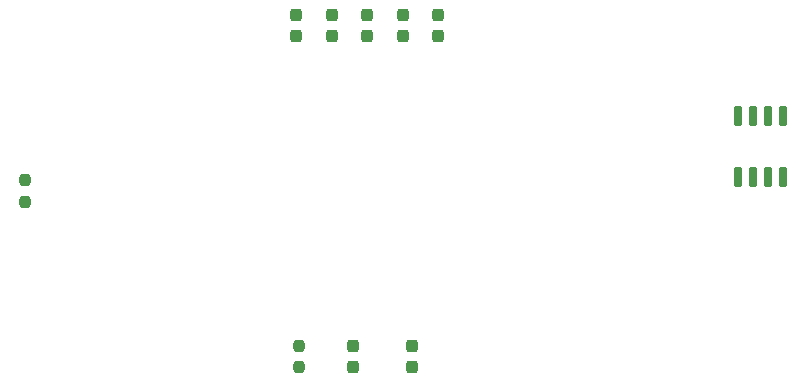
<source format=gbr>
%TF.GenerationSoftware,KiCad,Pcbnew,(6.0.5)*%
%TF.CreationDate,2022-11-21T22:14:33-06:00*%
%TF.ProjectId,A10102,41313031-3032-42e6-9b69-6361645f7063,rev?*%
%TF.SameCoordinates,Original*%
%TF.FileFunction,Paste,Top*%
%TF.FilePolarity,Positive*%
%FSLAX46Y46*%
G04 Gerber Fmt 4.6, Leading zero omitted, Abs format (unit mm)*
G04 Created by KiCad (PCBNEW (6.0.5)) date 2022-11-21 22:14:33*
%MOMM*%
%LPD*%
G01*
G04 APERTURE LIST*
G04 Aperture macros list*
%AMRoundRect*
0 Rectangle with rounded corners*
0 $1 Rounding radius*
0 $2 $3 $4 $5 $6 $7 $8 $9 X,Y pos of 4 corners*
0 Add a 4 corners polygon primitive as box body*
4,1,4,$2,$3,$4,$5,$6,$7,$8,$9,$2,$3,0*
0 Add four circle primitives for the rounded corners*
1,1,$1+$1,$2,$3*
1,1,$1+$1,$4,$5*
1,1,$1+$1,$6,$7*
1,1,$1+$1,$8,$9*
0 Add four rect primitives between the rounded corners*
20,1,$1+$1,$2,$3,$4,$5,0*
20,1,$1+$1,$4,$5,$6,$7,0*
20,1,$1+$1,$6,$7,$8,$9,0*
20,1,$1+$1,$8,$9,$2,$3,0*%
G04 Aperture macros list end*
%ADD10RoundRect,0.237500X0.237500X-0.300000X0.237500X0.300000X-0.237500X0.300000X-0.237500X-0.300000X0*%
%ADD11RoundRect,0.237500X0.237500X-0.250000X0.237500X0.250000X-0.237500X0.250000X-0.237500X-0.250000X0*%
%ADD12RoundRect,0.150000X-0.150000X0.725000X-0.150000X-0.725000X0.150000X-0.725000X0.150000X0.725000X0*%
%ADD13RoundRect,0.237500X-0.237500X0.250000X-0.237500X-0.250000X0.237500X-0.250000X0.237500X0.250000X0*%
%ADD14RoundRect,0.237500X-0.237500X0.300000X-0.237500X-0.300000X0.237500X-0.300000X0.237500X0.300000X0*%
G04 APERTURE END LIST*
D10*
%TO.C,C3*%
X143820000Y-89782500D03*
X143820000Y-88057500D03*
%TD*%
D11*
%TO.C,R1*%
X108820000Y-103832500D03*
X108820000Y-102007500D03*
%TD*%
D12*
%TO.C,U2*%
X172975000Y-96595000D03*
X171705000Y-96595000D03*
X170435000Y-96595000D03*
X169165000Y-96595000D03*
X169165000Y-101745000D03*
X170435000Y-101745000D03*
X171705000Y-101745000D03*
X172975000Y-101745000D03*
%TD*%
D10*
%TO.C,C6*%
X134820000Y-89782500D03*
X134820000Y-88057500D03*
%TD*%
D13*
%TO.C,R4*%
X132070000Y-116007500D03*
X132070000Y-117832500D03*
%TD*%
D14*
%TO.C,C1*%
X141570000Y-116057500D03*
X141570000Y-117782500D03*
%TD*%
D10*
%TO.C,C5*%
X137820000Y-89782500D03*
X137820000Y-88057500D03*
%TD*%
D14*
%TO.C,C2*%
X136570000Y-116057500D03*
X136570000Y-117782500D03*
%TD*%
D10*
%TO.C,C7*%
X131820000Y-89782500D03*
X131820000Y-88057500D03*
%TD*%
%TO.C,C4*%
X140820000Y-89782500D03*
X140820000Y-88057500D03*
%TD*%
M02*

</source>
